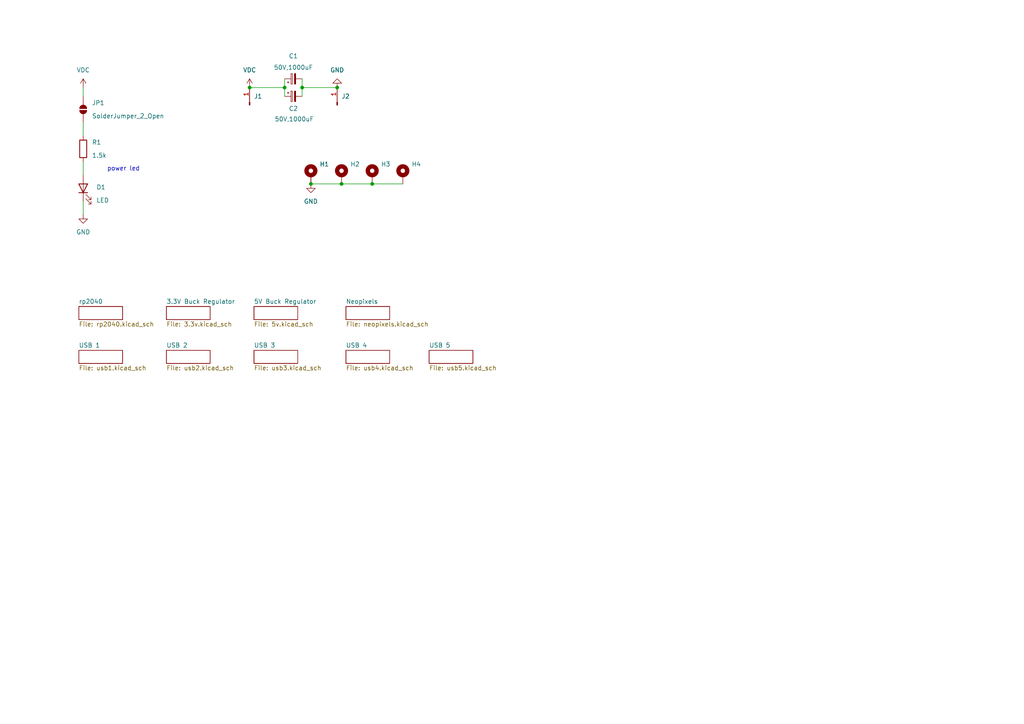
<source format=kicad_sch>
(kicad_sch (version 20250114) (generator "eeschema") (generator_version "9.0")
  (paper "A4")
  (title_block (title "USB C Charging Hub") (date "2025-05-11") (rev "v0") (company "DaCloud"))
  (lib_symbols
    (symbol "Connector:Conn_01x01_Pin" (pin_names (offset 1.016) (hide yes))
      (property "Reference" "J" (at 0 2.54 0))
      (property "Value" "Conn_01x01_Pin" (at 0 -2.54 0))
      (symbol "Conn_01x01_Pin_1_1"
        (rectangle (start 0.8636 0.127) (end 0 -0.127) (stroke (width 0.1524)) (fill (type outline)))
        (polyline (pts (xy 1.27 0) (xy 0.8636 0)) (stroke (width 0.1524)))
        (pin passive line (at 5.08 0 180) (length 3.81) (name "Pin_1") (number "1"))
      )
    )
    (symbol "Device:C_Polarized_Small" (pin_numbers (hide yes)) (pin_names (offset 0.254) (hide yes))
      (property "Reference" "C" (at 0.254 1.778 0))
      (property "Value" "C_Polarized_Small" (at 0.254 -2.032 0))
      (symbol "C_Polarized_Small_0_1"
        (rectangle (start -1.524 0.6858) (end 1.524 0.3048))
        (rectangle (start -1.524 -0.3048) (end 1.524 -0.6858) (fill (type outline)))
        (polyline (pts (xy -1.27 1.524) (xy -0.762 1.524)))
        (polyline (pts (xy -1.016 1.27) (xy -1.016 1.778)))
      )
      (symbol "C_Polarized_Small_1_1"
        (pin passive line (at 0 2.54 270) (length 1.8542) (name "~") (number "1"))
        (pin passive line (at 0 -2.54 90) (length 1.8542) (name "~") (number "2"))
      )
    )
    (symbol "Device:LED" (pin_numbers (hide yes)) (pin_names (offset 1.016) (hide yes))
      (property "Reference" "D" (at 0 2.54 0))
      (property "Value" "LED" (at 0 -2.54 0))
      (symbol "LED_0_1"
        (polyline (pts (xy -3.048 -0.762) (xy -4.572 -2.286) (xy -3.81 -2.286) (xy -4.572 -2.286) (xy -4.572 -1.524)))
        (polyline (pts (xy -1.778 -0.762) (xy -3.302 -2.286) (xy -2.54 -2.286) (xy -3.302 -2.286) (xy -3.302 -1.524)))
        (polyline (pts (xy -1.27 0) (xy 1.27 0)))
        (polyline (pts (xy -1.27 -1.27) (xy -1.27 1.27)) (stroke (width 0.254)))
        (polyline (pts (xy 1.27 -1.27) (xy 1.27 1.27) (xy -1.27 0) (xy 1.27 -1.27)) (stroke (width 0.254)))
      )
      (symbol "LED_1_1"
        (pin passive line (at -3.81 0 0) (length 2.54) (name "K") (number "1"))
        (pin passive line (at 3.81 0 180) (length 2.54) (name "A") (number "2"))
      )
    )
    (symbol "Device:R" (pin_numbers (hide yes)) (pin_names (offset 0))
      (property "Reference" "R" (at 2.032 0 90))
      (property "Value" "R" (at 0 0 90))
      (symbol "R_0_1"
        (rectangle (start -1.016 -2.54) (end 1.016 2.54) (stroke (width 0.254)))
      )
      (symbol "R_1_1"
        (pin passive line (at 0 3.81 270) (length 1.27) (name "~") (number "1"))
        (pin passive line (at 0 -3.81 90) (length 1.27) (name "~") (number "2"))
      )
    )
    (symbol "Jumper:SolderJumper_2_Open" (pin_numbers (hide yes)) (pin_names (offset 0) (hide yes)) (in_bom no)
      (property "Reference" "JP" (at 0 2.032 0))
      (property "Value" "SolderJumper_2_Open" (at 0 -2.54 0))
      (symbol "SolderJumper_2_Open_0_1"
        (polyline (pts (xy -0.254 1.016) (xy -0.254 -1.016)))
        (arc (start -0.254 -1.016) (mid -1.2656 0) (end -0.254 1.016))
        (arc (start -0.254 -1.016) (mid -1.2656 0) (end -0.254 1.016) (fill (type outline)))
        (arc (start 0.254 1.016) (mid 1.2656 0) (end 0.254 -1.016))
        (arc (start 0.254 1.016) (mid 1.2656 0) (end 0.254 -1.016) (fill (type outline)))
        (polyline (pts (xy 0.254 1.016) (xy 0.254 -1.016)))
      )
      (symbol "SolderJumper_2_Open_1_1"
        (pin passive line (at -3.81 0 0) (length 2.54) (name "A") (number "1"))
        (pin passive line (at 3.81 0 180) (length 2.54) (name "B") (number "2"))
      )
    )
    (symbol "Mechanical:MountingHole_Pad" (pin_numbers (hide yes)) (pin_names (offset 1.016) (hide yes)) (in_bom no)
      (property "Reference" "H" (at 0 6.35 0))
      (property "Value" "MountingHole_Pad" (at 0 4.445 0))
      (symbol "MountingHole_Pad_0_1"
        (circle (center 0 1.27) (radius 1.27) (stroke (width 1.27)))
      )
      (symbol "MountingHole_Pad_1_1"
        (pin input line (at 0 -2.54 90) (length 2.54) (name "1") (number "1"))
      )
    )
    (symbol "power:GND" (power) (pin_numbers (hide yes)) (pin_names (offset 0) (hide yes))
      (property "Value" "GND" (at 0 -3.81 0))
      (symbol "GND_0_1"
        (polyline (pts (xy 0 0) (xy 0 -1.27) (xy 1.27 -1.27) (xy 0 -2.54) (xy -1.27 -1.27) (xy 0 -1.27)))
      )
      (symbol "GND_1_1"
        (pin power_in line (at 0 0 270) (length 0) (name "~") (number "1"))
      )
    )
    (symbol "power:VDC" (power) (pin_numbers (hide yes)) (pin_names (offset 0) (hide yes))
      (property "Value" "VDC" (at 0 3.556 0))
      (symbol "VDC_0_1"
        (polyline (pts (xy -0.762 1.27) (xy 0 2.54)))
        (polyline (pts (xy 0 2.54) (xy 0.762 1.27)))
        (polyline (pts (xy 0 0) (xy 0 2.54)))
      )
      (symbol "VDC_1_1"
        (pin power_in line (at 0 0 90) (length 0) (name "~") (number "1"))
      )
    )
  )
  (text "power led\n" (at 35.814 49.022 0) (effects (font (size 1.27 1.27))))
  (junction (at 107.95 53.34))
  (junction (at 99.06 53.34))
  (junction (at 90.17 53.34))
  (junction (at 82.55 25.4))
  (junction (at 72.39 25.4))
  (junction (at 97.79 25.4))
  (junction (at 87.63 25.4))
  (wire (pts (xy 87.63 25.4) (xy 97.79 25.4)))
  (wire (pts (xy 24.13 46.99) (xy 24.13 50.8)))
  (wire (pts (xy 24.13 58.42) (xy 24.13 62.23)))
  (wire (pts (xy 24.13 35.56) (xy 24.13 39.37)))
  (wire (pts (xy 90.17 53.34) (xy 99.06 53.34)))
  (wire (pts (xy 107.95 53.34) (xy 116.84 53.34)))
  (wire (pts (xy 99.06 53.34) (xy 107.95 53.34)))
  (wire (pts (xy 87.63 25.4) (xy 87.63 27.94)))
  (wire (pts (xy 87.63 22.86) (xy 87.63 25.4)))
  (wire (pts (xy 72.39 25.4) (xy 82.55 25.4)))
  (wire (pts (xy 24.13 25.4) (xy 24.13 27.94)))
  (wire (pts (xy 82.55 25.4) (xy 82.55 22.86)))
  (wire (pts (xy 82.55 25.4) (xy 82.55 27.94)))
  (symbol (lib_id "Jumper:SolderJumper_2_Open") (at 24.13 31.75 90) (unit 1) (in_bom no)
    (property "Reference" "JP1" (at 26.67 29.8449 90) (effects (justify right)))
    (property "Value" "SolderJumper_2_Open" (at 26.67 33.6549 90) (effects (justify right)))
    (property "Footprint" "Jumper:SolderJumper-2_P1.3mm_Open_RoundedPad1.0x1.5mm" (effects (hide yes)))
    (property "Description" "Solder Jumper, 2-pole, open" (effects (hide yes)))
  )
  (symbol (lib_id "Device:C_Polarized_Small") (at 85.09 27.94 90) (mirror x) (unit 1)
    (property "Reference" "C2" (at 85.09 31.496 90))
    (property "Value" "50V,1000uF" (at 85.344 34.544 90))
    (property "Footprint" "Capacitor_THT:CP_Radial_D13.0mm_P7.50mm" (effects (hide yes)))
    (property "Description" "Polarized capacitor, small symbol" (effects (hide yes)))
  )
  (symbol (lib_id "Mechanical:MountingHole_Pad") (at 99.06 50.8 0) (unit 1) (in_bom no)
    (property "Reference" "H2" (at 101.6 47.6249 0) (effects (justify left)))
    (property "Value" "MountingHole_Pad" (effects (hide yes)))
    (property "Footprint" "MountingHole:MountingHole_4mm_Pad_Via" (effects (hide yes)))
    (property "Description" "Mounting Hole with connection" (effects (hide yes)))
  )
  (symbol (lib_id "Device:R") (at 24.13 43.18 0) (unit 1)
    (property "Reference" "R1" (at 26.67 41.2749 0) (effects (justify left)))
    (property "Value" "1.5k" (at 26.67 45.0849 0) (effects (justify left)))
    (property "Footprint" "Resistor_SMD:R_1210_3225Metric_Pad1.30x2.65mm_HandSolder" (effects (hide yes)))
    (property "Description" "Resistor" (effects (hide yes)))
  )
  (symbol (lib_id "Connector:Conn_01x01_Pin") (at 97.79 30.48 90) (unit 1)
    (property "Reference" "J2" (at 99.06 27.9399 90) (effects (justify right)))
    (property "Value" "Conn_01x01_Pin" (effects (hide yes)))
    (property "Footprint" "MountingHole:MountingHole_4.3x6.2mm_M4_Pad_Via" (effects (hide yes)))
    (property "Description" "Generic connector, single row, 01x01, script generated" (effects (hide yes)))
  )
  (symbol (lib_id "power:GND") (at 24.13 62.23 0) (unit 1)
    (property "Reference" "#PWR04" (effects (hide yes)))
    (property "Value" "GND" (at 24.13 67.31 0))
    (property "Description" "Power symbol creates a global label with name \"GND\" , ground" (effects (hide yes)))
  )
  (symbol (lib_id "Mechanical:MountingHole_Pad") (at 116.84 50.8 0) (unit 1) (in_bom no)
    (property "Reference" "H4" (at 119.38 47.6249 0) (effects (justify left)))
    (property "Value" "MountingHole_Pad" (effects (hide yes)))
    (property "Footprint" "MountingHole:MountingHole_4mm_Pad_Via" (effects (hide yes)))
    (property "Description" "Mounting Hole with connection" (effects (hide yes)))
  )
  (symbol (lib_id "power:GND") (at 90.17 53.34 0) (unit 1)
    (property "Reference" "#PWR069" (effects (hide yes)))
    (property "Value" "GND" (at 90.17 58.42 0))
    (property "Description" "Power symbol creates a global label with name \"GND\" , ground" (effects (hide yes)))
  )
  (symbol (lib_id "Connector:Conn_01x01_Pin") (at 72.39 30.48 90) (unit 1)
    (property "Reference" "J1" (at 73.66 27.9399 90) (effects (justify right)))
    (property "Value" "Conn_01x01_Pin" (effects (hide yes)))
    (property "Footprint" "MountingHole:MountingHole_4.3x6.2mm_M4_Pad_Via" (effects (hide yes)))
    (property "Description" "Generic connector, single row, 01x01, script generated" (effects (hide yes)))
  )
  (symbol (lib_id "Device:LED") (at 24.13 54.61 90) (unit 1)
    (property "Reference" "D1" (at 27.94 54.2924 90) (effects (justify right)))
    (property "Value" "LED" (at 27.94 58.1024 90) (effects (justify right)))
    (property "Footprint" "LED_SMD:LED_0603_1608Metric_Pad1.05x0.95mm_HandSolder" (effects (hide yes)))
    (property "Description" "Light emitting diode" (effects (hide yes)))
    (property "Sim.Pins" "1=K 2=A" (effects (hide yes)))
  )
  (symbol (lib_id "Device:C_Polarized_Small") (at 85.09 22.86 90) (unit 1)
    (property "Reference" "C1" (at 85.09 16.256 90))
    (property "Value" "50V,1000uF" (at 85.09 19.558 90))
    (property "Footprint" "Capacitor_THT:CP_Radial_D13.0mm_P7.50mm" (effects (hide yes)))
    (property "Description" "Polarized capacitor, small symbol" (effects (hide yes)))
  )
  (symbol (lib_id "Mechanical:MountingHole_Pad") (at 107.95 50.8 0) (unit 1) (in_bom no)
    (property "Reference" "H3" (at 110.49 47.6249 0) (effects (justify left)))
    (property "Value" "MountingHole_Pad" (effects (hide yes)))
    (property "Footprint" "MountingHole:MountingHole_4mm_Pad_Via" (effects (hide yes)))
    (property "Description" "Mounting Hole with connection" (effects (hide yes)))
  )
  (symbol (lib_id "power:VDC") (at 24.13 25.4 0) (unit 1)
    (property "Reference" "#PWR01" (effects (hide yes)))
    (property "Value" "VDC" (at 24.13 20.32 0))
    (property "Description" "Power symbol creates a global label with name \"VDC\"" (effects (hide yes)))
  )
  (symbol (lib_id "power:GND") (at 97.79 25.4 180) (unit 1)
    (property "Reference" "#PWR03" (effects (hide yes)))
    (property "Value" "GND" (at 97.79 20.32 0))
    (property "Description" "Power symbol creates a global label with name \"GND\" , ground" (effects (hide yes)))
  )
  (symbol (lib_id "power:VDC") (at 72.39 25.4 0) (unit 1)
    (property "Reference" "#PWR02" (effects (hide yes)))
    (property "Value" "VDC" (at 72.39 20.32 0))
    (property "Description" "Power symbol creates a global label with name \"VDC\"" (effects (hide yes)))
  )
  (symbol (lib_id "Mechanical:MountingHole_Pad") (at 90.17 50.8 0) (unit 1) (in_bom no)
    (property "Reference" "H1" (at 92.71 47.6249 0) (effects (justify left)))
    (property "Value" "MountingHole_Pad" (effects (hide yes)))
    (property "Footprint" "MountingHole:MountingHole_4mm_Pad_Via" (effects (hide yes)))
    (property "Description" "Mounting Hole with connection" (effects (hide yes)))
  )
  (sheet (at 124.46 101.6) (size 12.7 3.81) (on_board no) (stroke (width 0.1524))
    (property "Sheetname" "USB 5" (at 124.46 100.8884 0) (effects (justify left bottom)))
    (property "Sheetfile" "usb5.kicad_sch" (at 124.46 105.9946 0) (effects (justify left top)))
  )
  (sheet (at 73.66 101.6) (size 12.7 3.81) (on_board no) (stroke (width 0.1524))
    (property "Sheetname" "USB 3" (at 73.66 100.8884 0) (effects (justify left bottom)))
    (property "Sheetfile" "usb3.kicad_sch" (at 73.66 105.9946 0) (effects (justify left top)))
  )
  (sheet (at 100.33 88.9) (size 12.7 3.81) (stroke (width 0.1524))
    (property "Sheetname" "Neopixels" (at 100.33 88.1884 0) (effects (justify left bottom)))
    (property "Sheetfile" "neopixels.kicad_sch" (at 100.33 93.2946 0) (effects (justify left top)))
  )
  (sheet (at 22.86 101.6) (size 12.7 3.81) (stroke (width 0.1524))
    (property "Sheetname" "USB 1" (at 22.86 100.8884 0) (effects (justify left bottom)))
    (property "Sheetfile" "usb1.kicad_sch" (at 22.86 105.9946 0) (effects (justify left top)))
  )
  (sheet (at 73.66 88.9) (size 12.7 3.81) (stroke (width 0.1524))
    (property "Sheetname" "5V Buck Regulator" (at 73.66 88.1884 0) (effects (justify left bottom)))
    (property "Sheetfile" "5v.kicad_sch" (at 73.66 93.2946 0) (effects (justify left top)))
  )
  (sheet (at 100.33 101.6) (size 12.7 3.81) (on_board no) (stroke (width 0.1524))
    (property "Sheetname" "USB 4" (at 100.33 100.8884 0) (effects (justify left bottom)))
    (property "Sheetfile" "usb4.kicad_sch" (at 100.33 105.9946 0) (effects (justify left top)))
  )
  (sheet (at 22.86 88.9) (size 12.7 3.81) (stroke (width 0.1524))
    (property "Sheetname" "rp2040" (at 22.86 88.1884 0) (effects (justify left bottom)))
    (property "Sheetfile" "rp2040.kicad_sch" (at 22.86 93.2946 0) (effects (justify left top)))
  )
  (sheet (at 48.26 88.9) (size 12.7 3.81) (stroke (width 0.1524))
    (property "Sheetname" "3.3V Buck Regulator" (at 48.26 88.1884 0) (effects (justify left bottom)))
    (property "Sheetfile" "3.3v.kicad_sch" (at 48.26 93.2946 0) (effects (justify left top)))
  )
  (sheet (at 48.26 101.6) (size 12.7 3.81) (stroke (width 0.1524))
    (property "Sheetname" "USB 2" (at 48.26 100.8884 0) (effects (justify left bottom)))
    (property "Sheetfile" "usb2.kicad_sch" (at 48.26 105.9946 0) (effects (justify left top)))
  )
)
</source>
